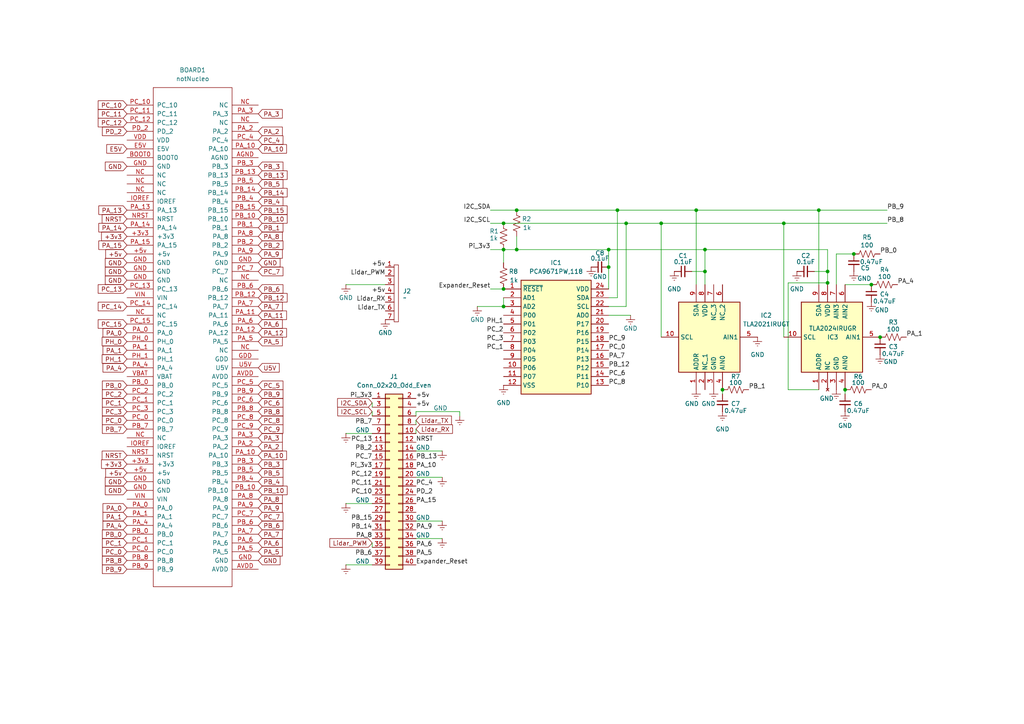
<source format=kicad_sch>
(kicad_sch (version 20231120) (generator "eeschema") (generator_version "8.0")
  (paper "A4")
  (lib_symbols
    (symbol "Connector_Generic:Conn_02x20_Odd_Even" (pin_names (offset 1.016) hide)
      (property "Reference" "J" (at 1.27 25.4 0))
      (property "Value" "Conn_02x20_Odd_Even" (at 1.27 -27.94 0))
      (symbol "Conn_02x20_Odd_Even_1_1"
        (rectangle (start -1.27 -25.273) (end 0 -25.527) (stroke (width 0.1524)))
        (rectangle (start -1.27 -22.733) (end 0 -22.987) (stroke (width 0.1524)))
        (rectangle (start -1.27 -20.193) (end 0 -20.447) (stroke (width 0.1524)))
        (rectangle (start -1.27 -17.653) (end 0 -17.907) (stroke (width 0.1524)))
        (rectangle (start -1.27 -15.113) (end 0 -15.367) (stroke (width 0.1524)))
        (rectangle (start -1.27 -12.573) (end 0 -12.827) (stroke (width 0.1524)))
        (rectangle (start -1.27 -10.033) (end 0 -10.287) (stroke (width 0.1524)))
        (rectangle (start -1.27 -7.493) (end 0 -7.747) (stroke (width 0.1524)))
        (rectangle (start -1.27 -4.953) (end 0 -5.207) (stroke (width 0.1524)))
        (rectangle (start -1.27 -2.413) (end 0 -2.667) (stroke (width 0.1524)))
        (rectangle (start -1.27 0.127) (end 0 -0.127) (stroke (width 0.1524)))
        (rectangle (start -1.27 2.667) (end 0 2.413) (stroke (width 0.1524)))
        (rectangle (start -1.27 5.207) (end 0 4.953) (stroke (width 0.1524)))
        (rectangle (start -1.27 7.747) (end 0 7.493) (stroke (width 0.1524)))
        (rectangle (start -1.27 10.287) (end 0 10.033) (stroke (width 0.1524)))
        (rectangle (start -1.27 12.827) (end 0 12.573) (stroke (width 0.1524)))
        (rectangle (start -1.27 15.367) (end 0 15.113) (stroke (width 0.1524)))
        (rectangle (start -1.27 17.907) (end 0 17.653) (stroke (width 0.1524)))
        (rectangle (start -1.27 20.447) (end 0 20.193) (stroke (width 0.1524)))
        (rectangle (start -1.27 22.987) (end 0 22.733) (stroke (width 0.1524)))
        (rectangle (start -1.27 24.13) (end 3.81 -26.67) (stroke (width 0.254)) (fill (type background)))
        (rectangle (start 3.81 -25.273) (end 2.54 -25.527) (stroke (width 0.1524)))
        (rectangle (start 3.81 -22.733) (end 2.54 -22.987) (stroke (width 0.1524)))
        (rectangle (start 3.81 -20.193) (end 2.54 -20.447) (stroke (width 0.1524)))
        (rectangle (start 3.81 -17.653) (end 2.54 -17.907) (stroke (width 0.1524)))
        (rectangle (start 3.81 -15.113) (end 2.54 -15.367) (stroke (width 0.1524)))
        (rectangle (start 3.81 -12.573) (end 2.54 -12.827) (stroke (width 0.1524)))
        (rectangle (start 3.81 -10.033) (end 2.54 -10.287) (stroke (width 0.1524)))
        (rectangle (start 3.81 -7.493) (end 2.54 -7.747) (stroke (width 0.1524)))
        (rectangle (start 3.81 -4.953) (end 2.54 -5.207) (stroke (width 0.1524)))
        (rectangle (start 3.81 -2.413) (end 2.54 -2.667) (stroke (width 0.1524)))
        (rectangle (start 3.81 0.127) (end 2.54 -0.127) (stroke (width 0.1524)))
        (rectangle (start 3.81 2.667) (end 2.54 2.413) (stroke (width 0.1524)))
        (rectangle (start 3.81 5.207) (end 2.54 4.953) (stroke (width 0.1524)))
        (rectangle (start 3.81 7.747) (end 2.54 7.493) (stroke (width 0.1524)))
        (rectangle (start 3.81 10.287) (end 2.54 10.033) (stroke (width 0.1524)))
        (rectangle (start 3.81 12.827) (end 2.54 12.573) (stroke (width 0.1524)))
        (rectangle (start 3.81 15.367) (end 2.54 15.113) (stroke (width 0.1524)))
        (rectangle (start 3.81 17.907) (end 2.54 17.653) (stroke (width 0.1524)))
        (rectangle (start 3.81 20.447) (end 2.54 20.193) (stroke (width 0.1524)))
        (rectangle (start 3.81 22.987) (end 2.54 22.733) (stroke (width 0.1524)))
        (pin passive line (at -5.08 22.86 0) (length 3.81) (name "Pin_1") (number "1"))
        (pin passive line (at 7.62 12.7 180) (length 3.81) (name "Pin_10") (number "10"))
        (pin passive line (at -5.08 10.16 0) (length 3.81) (name "Pin_11") (number "11"))
        (pin passive line (at 7.62 10.16 180) (length 3.81) (name "Pin_12") (number "12"))
        (pin passive line (at -5.08 7.62 0) (length 3.81) (name "Pin_13") (number "13"))
        (pin passive line (at 7.62 7.62 180) (length 3.81) (name "Pin_14") (number "14"))
        (pin passive line (at -5.08 5.08 0) (length 3.81) (name "Pin_15") (number "15"))
        (pin passive line (at 7.62 5.08 180) (length 3.81) (name "Pin_16") (number "16"))
        (pin passive line (at -5.08 2.54 0) (length 3.81) (name "Pin_17") (number "17"))
        (pin passive line (at 7.62 2.54 180) (length 3.81) (name "Pin_18") (number "18"))
        (pin passive line (at -5.08 0 0) (length 3.81) (name "Pin_19") (number "19"))
        (pin passive line (at 7.62 22.86 180) (length 3.81) (name "Pin_2") (number "2"))
        (pin passive line (at 7.62 0 180) (length 3.81) (name "Pin_20") (number "20"))
        (pin passive line (at -5.08 -2.54 0) (length 3.81) (name "Pin_21") (number "21"))
        (pin passive line (at 7.62 -2.54 180) (length 3.81) (name "Pin_22") (number "22"))
        (pin passive line (at -5.08 -5.08 0) (length 3.81) (name "Pin_23") (number "23"))
        (pin passive line (at 7.62 -5.08 180) (length 3.81) (name "Pin_24") (number "24"))
        (pin passive line (at -5.08 -7.62 0) (length 3.81) (name "Pin_25") (number "25"))
        (pin passive line (at 7.62 -7.62 180) (length 3.81) (name "Pin_26") (number "26"))
        (pin passive line (at -5.08 -10.16 0) (length 3.81) (name "Pin_27") (number "27"))
        (pin passive line (at 7.62 -10.16 180) (length 3.81) (name "Pin_28") (number "28"))
        (pin passive line (at -5.08 -12.7 0) (length 3.81) (name "Pin_29") (number "29"))
        (pin passive line (at -5.08 20.32 0) (length 3.81) (name "Pin_3") (number "3"))
        (pin passive line (at 7.62 -12.7 180) (length 3.81) (name "Pin_30") (number "30"))
        (pin passive line (at -5.08 -15.24 0) (length 3.81) (name "Pin_31") (number "31"))
        (pin passive line (at 7.62 -15.24 180) (length 3.81) (name "Pin_32") (number "32"))
        (pin passive line (at -5.08 -17.78 0) (length 3.81) (name "Pin_33") (number "33"))
        (pin passive line (at 7.62 -17.78 180) (length 3.81) (name "Pin_34") (number "34"))
        (pin passive line (at -5.08 -20.32 0) (length 3.81) (name "Pin_35") (number "35"))
        (pin passive line (at 7.62 -20.32 180) (length 3.81) (name "Pin_36") (number "36"))
        (pin passive line (at -5.08 -22.86 0) (length 3.81) (name "Pin_37") (number "37"))
        (pin passive line (at 7.62 -22.86 180) (length 3.81) (name "Pin_38") (number "38"))
        (pin passive line (at -5.08 -25.4 0) (length 3.81) (name "Pin_39") (number "39"))
        (pin passive line (at 7.62 20.32 180) (length 3.81) (name "Pin_4") (number "4"))
        (pin passive line (at 7.62 -25.4 180) (length 3.81) (name "Pin_40") (number "40"))
        (pin passive line (at -5.08 17.78 0) (length 3.81) (name "Pin_5") (number "5"))
        (pin passive line (at 7.62 17.78 180) (length 3.81) (name "Pin_6") (number "6"))
        (pin passive line (at -5.08 15.24 0) (length 3.81) (name "Pin_7") (number "7"))
        (pin passive line (at 7.62 15.24 180) (length 3.81) (name "Pin_8") (number "8"))
        (pin passive line (at -5.08 12.7 0) (length 3.81) (name "Pin_9") (number "9"))
      )
    )
    (symbol "Device:C_Small" (pin_numbers hide) (pin_names (offset 0.254) hide)
      (property "Reference" "C" (at 0.254 1.778 0))
      (property "Value" "C_Small" (at 0.254 -2.032 0))
      (symbol "C_Small_0_1"
        (polyline (pts (xy -1.524 -0.508) (xy 1.524 -0.508)) (stroke (width 0.3302)))
        (polyline (pts (xy -1.524 0.508) (xy 1.524 0.508)) (stroke (width 0.3048)))
      )
      (symbol "C_Small_1_1"
        (pin passive line (at 0 2.54 270) (length 2.032) (name "~") (number "1"))
        (pin passive line (at 0 -2.54 90) (length 2.032) (name "~") (number "2"))
      )
    )
    (symbol "Device:R_US" (pin_numbers hide) (pin_names (offset 0))
      (property "Reference" "R" (at 2.54 0 90))
      (property "Value" "R_US" (at -2.54 0 90))
      (symbol "R_US_0_1"
        (polyline (pts (xy 0 -2.286) (xy 0 -2.54)))
        (polyline (pts (xy 0 2.286) (xy 0 2.54)))
        (polyline (pts (xy 0 -0.762) (xy 1.016 -1.143) (xy 0 -1.524) (xy -1.016 -1.905) (xy 0 -2.286)))
        (polyline (pts (xy 0 0.762) (xy 1.016 0.381) (xy 0 0) (xy -1.016 -0.381) (xy 0 -0.762)))
        (polyline (pts (xy 0 2.286) (xy 1.016 1.905) (xy 0 1.524) (xy -1.016 1.143) (xy 0 0.762)))
      )
      (symbol "R_US_1_1"
        (pin passive line (at 0 3.81 270) (length 1.27) (name "~") (number "1"))
        (pin passive line (at 0 -3.81 90) (length 1.27) (name "~") (number "2"))
      )
    )
    (symbol "PCA9671PW_118:PCA9671PW,118"
      (property "Reference" "IC" (at 26.67 7.62 0))
      (property "Value" "PCA9671PW,118" (at 26.67 5.08 0))
      (symbol "PCA9671PW,118_1_1"
        (rectangle (start 5.08 2.54) (end 25.4 -30.48) (stroke (width 0.254)) (fill (type background)))
        (pin passive line (at 0 0 0) (length 5.08) (name "~{RESET}") (number "1"))
        (pin passive line (at 0 -22.86 0) (length 5.08) (name "P06") (number "10"))
        (pin passive line (at 0 -25.4 0) (length 5.08) (name "P07") (number "11"))
        (pin passive line (at 0 -27.94 0) (length 5.08) (name "VSS") (number "12"))
        (pin passive line (at 30.48 -27.94 180) (length 5.08) (name "P10") (number "13"))
        (pin passive line (at 30.48 -25.4 180) (length 5.08) (name "P11") (number "14"))
        (pin passive line (at 30.48 -22.86 180) (length 5.08) (name "P12") (number "15"))
        (pin passive line (at 30.48 -20.32 180) (length 5.08) (name "P13") (number "16"))
        (pin passive line (at 30.48 -17.78 180) (length 5.08) (name "P14") (number "17"))
        (pin passive line (at 30.48 -15.24 180) (length 5.08) (name "P15") (number "18"))
        (pin passive line (at 30.48 -12.7 180) (length 5.08) (name "P16") (number "19"))
        (pin passive line (at 0 -2.54 0) (length 5.08) (name "AD1") (number "2"))
        (pin passive line (at 30.48 -10.16 180) (length 5.08) (name "P17") (number "20"))
        (pin passive line (at 30.48 -7.62 180) (length 5.08) (name "AD0") (number "21"))
        (pin passive line (at 30.48 -5.08 180) (length 5.08) (name "SCL") (number "22"))
        (pin passive line (at 30.48 -2.54 180) (length 5.08) (name "SDA") (number "23"))
        (pin passive line (at 30.48 0 180) (length 5.08) (name "VDD") (number "24"))
        (pin passive line (at 0 -5.08 0) (length 5.08) (name "AD2") (number "3"))
        (pin passive line (at 0 -7.62 0) (length 5.08) (name "P00") (number "4"))
        (pin passive line (at 0 -10.16 0) (length 5.08) (name "P01") (number "5"))
        (pin passive line (at 0 -12.7 0) (length 5.08) (name "P02") (number "6"))
        (pin passive line (at 0 -15.24 0) (length 5.08) (name "P03") (number "7"))
        (pin passive line (at 0 -17.78 0) (length 5.08) (name "P04") (number "8"))
        (pin passive line (at 0 -20.32 0) (length 5.08) (name "P05") (number "9"))
      )
    )
    (symbol "TLA2021IRUGT:TLA2021IRUGT"
      (property "Reference" "IC" (at 24.13 15.24 0))
      (property "Value" "TLA2021IRUGT" (at 24.13 12.7 0))
      (symbol "TLA2021IRUGT_1_1"
        (rectangle (start 5.08 10.16) (end 22.86 -10.16) (stroke (width 0.254)) (fill (type background)))
        (pin passive line (at 10.16 -15.24 90) (length 5.08) (name "ADDR") (number "1"))
        (pin passive line (at 0 0 0) (length 5.08) (name "SCL") (number "10"))
        (pin passive line (at 12.7 -15.24 90) (length 5.08) (name "NC_1") (number "2"))
        (pin passive line (at 15.24 -15.24 90) (length 5.08) (name "GND") (number "3"))
        (pin passive line (at 17.78 -15.24 90) (length 5.08) (name "AIN0") (number "4"))
        (pin passive line (at 27.94 0 180) (length 5.08) (name "AIN1") (number "5"))
        (pin passive line (at 17.78 15.24 270) (length 5.08) (name "NC_2") (number "6"))
        (pin passive line (at 15.24 15.24 270) (length 5.08) (name "NC_3") (number "7"))
        (pin passive line (at 12.7 15.24 270) (length 5.08) (name "VDD") (number "8"))
        (pin passive line (at 10.16 15.24 270) (length 5.08) (name "SDA") (number "9"))
      )
    )
    (symbol "TLA2024IRUGR:TLA2024IRUGR"
      (property "Reference" "IC" (at 24.13 15.24 0))
      (property "Value" "TLA2024IRUGR" (at 24.13 12.7 0))
      (symbol "TLA2024IRUGR_1_1"
        (rectangle (start 5.08 10.16) (end 22.86 -10.16) (stroke (width 0.254)) (fill (type background)))
        (pin passive line (at 10.16 -15.24 90) (length 5.08) (name "ADDR") (number "1"))
        (pin passive line (at 0 0 0) (length 5.08) (name "SCL") (number "10"))
        (pin no_connect line (at 12.7 -15.24 90) (length 5.08) (name "NC") (number "2"))
        (pin passive line (at 15.24 -15.24 90) (length 5.08) (name "GND") (number "3"))
        (pin passive line (at 17.78 -15.24 90) (length 5.08) (name "AIN0") (number "4"))
        (pin passive line (at 27.94 0 180) (length 5.08) (name "AIN1") (number "5"))
        (pin passive line (at 17.78 15.24 270) (length 5.08) (name "AIN2") (number "6"))
        (pin passive line (at 15.24 15.24 270) (length 5.08) (name "AIN3") (number "7"))
        (pin passive line (at 12.7 15.24 270) (length 5.08) (name "VDD") (number "8"))
        (pin passive line (at 10.16 15.24 270) (length 5.08) (name "SDA") (number "9"))
      )
    )
    (symbol "nucleoidk:7x1_pin_header"
      (property "Reference" "J" (at -0.762 8.128 0))
      (symbol "7x1_pin_header_0_1"
        (rectangle (start -1.27 6.985) (end 0 -9.525))
      )
      (symbol "7x1_pin_header_1_1"
        (pin input line (at -3.81 6.35 0) (length 2.54) (name "") (number "1"))
        (pin input line (at -3.81 3.81 0) (length 2.54) (name "") (number "2"))
        (pin input line (at -3.81 1.27 0) (length 2.54) (name "") (number "3"))
        (pin input line (at -3.81 -1.27 0) (length 2.54) (name "") (number "4"))
        (pin input line (at -3.81 -3.81 0) (length 2.54) (name "") (number "5"))
        (pin input line (at -3.81 -6.35 0) (length 2.54) (name "") (number "6"))
        (pin input line (at -3.81 -8.89 0) (length 2.54) (name "") (number "7"))
      )
    )
    (symbol "nucleoidk:notNucleo" (pin_names (offset 1.016))
      (property "Reference" "BOARD1" (at 0 77.47 0))
      (property "Value" "notNucleo" (at 0 74.93 0))
      (symbol "notNucleo_1_0"
        (rectangle (start -11.43 -72.39) (end 11.43 72.39))
      )
      (symbol "notNucleo_1_1"
        (pin input line (at -19.05 -36.83 0) (length 7.62) (name "+3v3") (number "+3v3"))
        (pin input line (at -19.05 29.21 0) (length 7.62) (name "+3v3") (number "+3v3"))
        (pin input line (at -19.05 -39.37 0) (length 7.62) (name "+5v") (number "+5v"))
        (pin input line (at -19.05 24.13 0) (length 7.62) (name "+5v") (number "+5v"))
        (pin input line (at 19.05 52.07 180) (length 7.62) (name "AGND") (number "AGND"))
        (pin input line (at 19.05 -67.31 180) (length 7.62) (name "AVDD") (number "AVDD"))
        (pin input line (at 19.05 -11.43 180) (length 7.62) (name "AVDD") (number "AVDD"))
        (pin input line (at -19.05 52.07 0) (length 7.62) (name "BOOT0") (number "BOOT0"))
        (pin input line (at -19.05 54.61 0) (length 7.62) (name "E5V") (number "E5V"))
        (pin input line (at 19.05 -6.35 180) (length 7.62) (name "GDD") (number "GDD"))
        (pin input line (at -19.05 -44.45 0) (length 7.62) (name "GND") (number "GND"))
        (pin input line (at -19.05 -41.91 0) (length 7.62) (name "GND") (number "GND"))
        (pin input line (at -19.05 16.51 0) (length 7.62) (name "GND") (number "GND"))
        (pin input line (at -19.05 19.05 0) (length 7.62) (name "GND") (number "GND"))
        (pin input line (at -19.05 21.59 0) (length 7.62) (name "GND") (number "GND"))
        (pin input line (at -19.05 49.53 0) (length 7.62) (name "GND") (number "GND"))
        (pin input line (at 19.05 -64.77 180) (length 7.62) (name "GND") (number "GND"))
        (pin input line (at 19.05 21.59 180) (length 7.62) (name "GND") (number "GND"))
        (pin input line (at -19.05 -31.75 0) (length 7.62) (name "IOREF") (number "IOREF"))
        (pin input line (at -19.05 39.37 0) (length 7.62) (name "IOREF") (number "IOREF"))
        (pin input line (at -19.05 -29.21 0) (length 7.62) (name "NC") (number "NC"))
        (pin input line (at -19.05 6.35 0) (length 7.62) (name "NC") (number "NC"))
        (pin input line (at -19.05 41.91 0) (length 7.62) (name "NC") (number "NC"))
        (pin input line (at -19.05 44.45 0) (length 7.62) (name "NC") (number "NC"))
        (pin input line (at -19.05 46.99 0) (length 7.62) (name "NC") (number "NC"))
        (pin input line (at 19.05 -3.81 180) (length 7.62) (name "NC") (number "NC"))
        (pin input line (at 19.05 16.51 180) (length 7.62) (name "NC") (number "NC"))
        (pin input line (at 19.05 62.23 180) (length 7.62) (name "NC") (number "NC"))
        (pin input line (at 19.05 67.31 180) (length 7.62) (name "NC") (number "NC"))
        (pin input line (at -19.05 -34.29 0) (length 7.62) (name "NRST") (number "NRST"))
        (pin input line (at -19.05 34.29 0) (length 7.62) (name "NRST") (number "NRST"))
        (pin input line (at -19.05 -49.53 0) (length 7.62) (name "PA_0") (number "PA_0"))
        (pin input line (at -19.05 1.27 0) (length 7.62) (name "PA_0") (number "PA_0"))
        (pin input line (at -19.05 -52.07 0) (length 7.62) (name "PA_1") (number "PA_1"))
        (pin input line (at -19.05 -3.81 0) (length 7.62) (name "PA_1") (number "PA_1"))
        (pin input line (at 19.05 -34.29 180) (length 7.62) (name "PA_10") (number "PA_10"))
        (pin input line (at 19.05 54.61 180) (length 7.62) (name "PA_10") (number "PA_10"))
        (pin input line (at 19.05 6.35 180) (length 7.62) (name "PA_11") (number "PA_11"))
        (pin input line (at 19.05 1.27 180) (length 7.62) (name "PA_12") (number "PA_12"))
        (pin input line (at -19.05 36.83 0) (length 7.62) (name "PA_13") (number "PA_13"))
        (pin input line (at -19.05 31.75 0) (length 7.62) (name "PA_14") (number "PA_14"))
        (pin input line (at -19.05 26.67 0) (length 7.62) (name "PA_15") (number "PA_15"))
        (pin input line (at 19.05 -31.75 180) (length 7.62) (name "PA_2") (number "PA_2"))
        (pin input line (at 19.05 59.69 180) (length 7.62) (name "PA_2") (number "PA_2"))
        (pin input line (at 19.05 -29.21 180) (length 7.62) (name "PA_3") (number "PA_3"))
        (pin input line (at 19.05 64.77 180) (length 7.62) (name "PA_3") (number "PA_3"))
        (pin input line (at -19.05 -54.61 0) (length 7.62) (name "PA_4") (number "PA_4"))
        (pin input line (at -19.05 -8.89 0) (length 7.62) (name "PA_4") (number "PA_4"))
        (pin input line (at 19.05 -62.23 180) (length 7.62) (name "PA_5") (number "PA_5"))
        (pin input line (at 19.05 -1.27 180) (length 7.62) (name "PA_5") (number "PA_5"))
        (pin input line (at 19.05 -59.69 180) (length 7.62) (name "PA_6") (number "PA_6"))
        (pin input line (at 19.05 3.81 180) (length 7.62) (name "PA_6") (number "PA_6"))
        (pin input line (at 19.05 -57.15 180) (length 7.62) (name "PA_7") (number "PA_7"))
        (pin input line (at 19.05 8.89 180) (length 7.62) (name "PA_7") (number "PA_7"))
        (pin input line (at 19.05 -46.99 180) (length 7.62) (name "PA_8") (number "PA_8"))
        (pin input line (at 19.05 29.21 180) (length 7.62) (name "PA_8") (number "PA_8"))
        (pin input line (at 19.05 -49.53 180) (length 7.62) (name "PA_9") (number "PA_9"))
        (pin input line (at 19.05 24.13 180) (length 7.62) (name "PA_9") (number "PA_9"))
        (pin input line (at -19.05 -57.15 0) (length 7.62) (name "PB_0") (number "PB_0"))
        (pin input line (at -19.05 -13.97 0) (length 7.62) (name "PB_0") (number "PB_0"))
        (pin input line (at 19.05 31.75 180) (length 7.62) (name "PB_1") (number "PB_1"))
        (pin input line (at 19.05 -44.45 180) (length 7.62) (name "PB_10") (number "PB_10"))
        (pin input line (at 19.05 34.29 180) (length 7.62) (name "PB_10") (number "PB_10"))
        (pin input line (at 19.05 11.43 180) (length 7.62) (name "PB_12") (number "PB_12"))
        (pin input line (at 19.05 46.99 180) (length 7.62) (name "PB_13") (number "PB_13"))
        (pin input line (at 19.05 41.91 180) (length 7.62) (name "PB_14") (number "PB_14"))
        (pin input line (at 19.05 36.83 180) (length 7.62) (name "PB_15") (number "PB_15"))
        (pin input line (at 19.05 26.67 180) (length 7.62) (name "PB_2") (number "PB_2"))
        (pin input line (at 19.05 -36.83 180) (length 7.62) (name "PB_3") (number "PB_3"))
        (pin input line (at 19.05 49.53 180) (length 7.62) (name "PB_3") (number "PB_3"))
        (pin input line (at 19.05 -41.91 180) (length 7.62) (name "PB_4") (number "PB_4"))
        (pin input line (at 19.05 39.37 180) (length 7.62) (name "PB_4") (number "PB_4"))
        (pin input line (at 19.05 -39.37 180) (length 7.62) (name "PB_5") (number "PB_5"))
        (pin input line (at 19.05 44.45 180) (length 7.62) (name "PB_5") (number "PB_5"))
        (pin input line (at 19.05 -54.61 180) (length 7.62) (name "PB_6") (number "PB_6"))
        (pin input line (at 19.05 13.97 180) (length 7.62) (name "PB_6") (number "PB_6"))
        (pin input line (at -19.05 -26.67 0) (length 7.62) (name "PB_7") (number "PB_7"))
        (pin input line (at -19.05 -64.77 0) (length 7.62) (name "PB_8") (number "PB_8"))
        (pin input line (at 19.05 -21.59 180) (length 7.62) (name "PB_8") (number "PB_8"))
        (pin input line (at -19.05 -67.31 0) (length 7.62) (name "PB_9") (number "PB_9"))
        (pin input line (at 19.05 -16.51 180) (length 7.62) (name "PB_9") (number "PB_9"))
        (pin input line (at -19.05 -62.23 0) (length 7.62) (name "PC_0") (number "PC_0"))
        (pin input line (at -19.05 -24.13 0) (length 7.62) (name "PC_0") (number "PC_0"))
        (pin input line (at -19.05 -59.69 0) (length 7.62) (name "PC_1") (number "PC_1"))
        (pin input line (at -19.05 -19.05 0) (length 7.62) (name "PC_1") (number "PC_1"))
        (pin input line (at -19.05 67.31 0) (length 7.62) (name "PC_10") (number "PC_10"))
        (pin input line (at -19.05 64.77 0) (length 7.62) (name "PC_11") (number "PC_11"))
        (pin input line (at -19.05 62.23 0) (length 7.62) (name "PC_12") (number "PC_12"))
        (pin input line (at -19.05 13.97 0) (length 7.62) (name "PC_13") (number "PC_13"))
        (pin input line (at -19.05 8.89 0) (length 7.62) (name "PC_14") (number "PC_14"))
        (pin input line (at -19.05 3.81 0) (length 7.62) (name "PC_15") (number "PC_15"))
        (pin input line (at -19.05 -16.51 0) (length 7.62) (name "PC_2") (number "PC_2"))
        (pin input line (at -19.05 -21.59 0) (length 7.62) (name "PC_3") (number "PC_3"))
        (pin input line (at 19.05 57.15 180) (length 7.62) (name "PC_4") (number "PC_4"))
        (pin input line (at 19.05 -13.97 180) (length 7.62) (name "PC_5") (number "PC_5"))
        (pin input line (at 19.05 -19.05 180) (length 7.62) (name "PC_6") (number "PC_6"))
        (pin input line (at 19.05 -52.07 180) (length 7.62) (name "PC_7") (number "PC_7"))
        (pin input line (at 19.05 19.05 180) (length 7.62) (name "PC_7") (number "PC_7"))
        (pin input line (at 19.05 -24.13 180) (length 7.62) (name "PC_8") (number "PC_8"))
        (pin input line (at 19.05 -26.67 180) (length 7.62) (name "PC_9") (number "PC_9"))
        (pin input line (at -19.05 59.69 0) (length 7.62) (name "PD_2") (number "PD_2"))
        (pin input line (at -19.05 -1.27 0) (length 7.62) (name "PH_0") (number "PH_0"))
        (pin input line (at -19.05 -6.35 0) (length 7.62) (name "PH_1") (number "PH_1"))
        (pin input line (at 19.05 -8.89 180) (length 7.62) (name "U5V") (number "U5V"))
        (pin input line (at -19.05 -11.43 0) (length 7.62) (name "VBAT") (number "VBAT"))
        (pin input line (at -19.05 57.15 0) (length 7.62) (name "VDD") (number "VDD"))
        (pin input line (at -19.05 -46.99 0) (length 7.62) (name "VIN") (number "VIN"))
        (pin input line (at -19.05 11.43 0) (length 7.62) (name "VIN") (number "VIN"))
      )
    )
    (symbol "power:Earth" (power) (pin_numbers hide) (pin_names (offset 0) hide)
      (property "Value" "Earth" (at 0 -3.81 0))
      (symbol "Earth_0_1"
        (polyline (pts (xy -0.635 -1.905) (xy 0.635 -1.905)))
        (polyline (pts (xy -0.127 -2.54) (xy 0.127 -2.54)))
        (polyline (pts (xy 0 -1.27) (xy 0 0)))
        (polyline (pts (xy 1.27 -1.27) (xy -1.27 -1.27)))
      )
      (symbol "Earth_1_1"
        (pin power_in line (at 0 0 270) (length 0) (name "~") (number "1"))
      )
    )
  )
  (junction (at 146.05 83.82))
  (junction (at 240.03 78.74))
  (junction (at 204.47 78.74))
  (junction (at 204.47 72.39))
  (junction (at 240.03 82.042))
  (junction (at 181.61 64.77))
  (junction (at 146.05 64.77))
  (junction (at 247.65 73.66))
  (junction (at 149.86 60.96))
  (junction (at 146.05 72.39))
  (junction (at 176.53 77.47))
  (junction (at 237.49 60.96))
  (junction (at 146.05 88.9))
  (junction (at 176.53 72.39))
  (junction (at 245.11 113.03))
  (junction (at 255.27 97.79))
  (junction (at 209.55 113.03))
  (junction (at 201.93 60.96))
  (junction (at 149.86 72.39))
  (junction (at 252.73 82.55))
  (junction (at 227.33 64.77))
  (junction (at 179.07 60.96))
  (junction (at 191.77 64.77))
  (wire (pts (xy 181.61 88.9) (xy 181.61 64.77)))
  (wire (pts (xy 240.03 78.74) (xy 240.03 82.042)))
  (wire (pts (xy 120.65 151.13) (xy 128.27 151.13)))
  (wire (pts (xy 142.24 60.96) (xy 149.86 60.96)))
  (wire (pts (xy 191.77 64.77) (xy 227.33 64.77)))
  (wire (pts (xy 228.6 82.042) (xy 240.03 82.042)))
  (wire (pts (xy 142.24 72.39) (xy 146.05 72.39)))
  (wire (pts (xy 149.86 72.39) (xy 176.53 72.39)))
  (wire (pts (xy 142.24 64.77) (xy 146.05 64.77)))
  (wire (pts (xy 100.33 146.05) (xy 107.95 146.05)))
  (wire (pts (xy 176.53 88.9) (xy 181.61 88.9)))
  (wire (pts (xy 176.53 72.39) (xy 204.47 72.39)))
  (wire (pts (xy 133.35 119.38) (xy 120.65 119.38)))
  (wire (pts (xy 181.61 64.77) (xy 191.77 64.77)))
  (wire (pts (xy 107.95 116.84) (xy 107.95 118.11)))
  (wire (pts (xy 133.35 119.38) (xy 133.35 120.65)))
  (wire (pts (xy 237.49 60.96) (xy 257.302 60.96)))
  (wire (pts (xy 149.86 60.96) (xy 179.07 60.96)))
  (wire (pts (xy 204.47 72.39) (xy 240.03 72.39)))
  (wire (pts (xy 204.47 78.74) (xy 204.47 82.55)))
  (wire (pts (xy 209.55 114.3) (xy 209.55 113.03)))
  (wire (pts (xy 240.03 72.39) (xy 240.03 78.74)))
  (wire (pts (xy 191.77 64.77) (xy 191.77 97.79)))
  (wire (pts (xy 120.65 138.43) (xy 128.27 138.43)))
  (wire (pts (xy 146.05 64.77) (xy 181.61 64.77)))
  (wire (pts (xy 240.03 82.042) (xy 240.03 82.55)))
  (wire (pts (xy 120.65 119.38) (xy 120.65 120.65)))
  (wire (pts (xy 149.86 68.58) (xy 149.86 72.39)))
  (wire (pts (xy 227.33 64.77) (xy 257.302 64.77)))
  (wire (pts (xy 100.33 163.83) (xy 107.95 163.83)))
  (wire (pts (xy 176.53 86.36) (xy 179.07 86.36)))
  (wire (pts (xy 120.65 156.21) (xy 128.27 156.21)))
  (wire (pts (xy 201.93 60.96) (xy 201.93 82.55)))
  (wire (pts (xy 247.65 73.66) (xy 242.57 73.66)))
  (wire (pts (xy 245.11 114.3) (xy 245.11 113.03)))
  (wire (pts (xy 120.65 121.92) (xy 120.65 123.19)))
  (wire (pts (xy 120.65 130.81) (xy 128.27 130.81)))
  (wire (pts (xy 146.05 72.39) (xy 146.05 76.2)))
  (wire (pts (xy 138.43 88.9) (xy 146.05 88.9)))
  (wire (pts (xy 237.49 113.03) (xy 228.6 113.03)))
  (wire (pts (xy 200.66 78.74) (xy 204.47 78.74)))
  (wire (pts (xy 179.07 86.36) (xy 179.07 60.96)))
  (wire (pts (xy 237.49 60.96) (xy 237.49 82.55)))
  (wire (pts (xy 107.95 119.38) (xy 107.95 120.65)))
  (wire (pts (xy 146.05 72.39) (xy 149.86 72.39)))
  (wire (pts (xy 176.53 72.39) (xy 176.53 77.47)))
  (wire (pts (xy 204.47 72.39) (xy 204.47 78.74)))
  (wire (pts (xy 100.33 125.73) (xy 107.95 125.73)))
  (wire (pts (xy 107.95 157.48) (xy 107.95 158.75)))
  (wire (pts (xy 142.24 83.82) (xy 146.05 83.82)))
  (wire (pts (xy 245.11 82.55) (xy 252.73 82.55)))
  (wire (pts (xy 227.33 64.77) (xy 227.33 97.79)))
  (wire (pts (xy 179.07 60.96) (xy 201.93 60.96)))
  (wire (pts (xy 242.57 73.66) (xy 242.57 82.55)))
  (wire (pts (xy 176.53 77.47) (xy 176.53 83.82)))
  (wire (pts (xy 120.65 124.46) (xy 120.65 125.73)))
  (wire (pts (xy 100.33 82.55) (xy 111.76 82.55)))
  (wire (pts (xy 176.53 91.44) (xy 182.88 91.44)))
  (wire (pts (xy 146.05 86.36) (xy 146.05 88.9)))
  (wire (pts (xy 228.6 113.03) (xy 228.6 82.042)))
  (wire (pts (xy 201.93 60.96) (xy 237.49 60.96)))
  (wire (pts (xy 236.22 78.74) (xy 240.03 78.74)))
  (label "PB_8" (at 257.302 64.77 0))
  (label "PB_9" (at 257.302 60.96 0))
  (label "PD_2" (at 120.65 143.51 0))
  (label "PA_7" (at 176.53 104.14 0))
  (label "Expander_Reset" (at 142.24 83.82 180))
  (label "PH_1" (at 146.05 93.98 180))
  (label "+5v" (at 111.76 85.09 180))
  (label "PC_8" (at 176.53 111.76 0))
  (label "PC_11" (at 107.95 140.97 180))
  (label "PC_6" (at 176.53 109.22 0))
  (label "PC_0" (at 176.53 101.6 0))
  (label "PB_1" (at 217.17 113.03 0))
  (label "Pi_3v3" (at 107.95 135.89 180))
  (label "PA_1" (at 262.89 97.79 0))
  (label "PA_8" (at 107.95 156.21 180))
  (label "PB_15" (at 107.95 151.13 180))
  (label "PA_6" (at 120.65 158.75 0))
  (label "PA_10" (at 120.65 135.89 0))
  (label "Lidar_RX" (at 111.76 87.63 180))
  (label "PC_3" (at 146.05 99.06 180))
  (label "PC_12" (at 107.95 138.43 180))
  (label "PB_0" (at 255.27 73.66 0))
  (label "PB_2" (at 107.95 130.81 180))
  (label "I2C_SCL" (at 142.24 64.77 180))
  (label "PC_2" (at 146.05 96.52 180))
  (label "PA_0" (at 252.73 113.03 0))
  (label "PB_13" (at 120.65 133.35 0))
  (label "I2C_SDA" (at 142.24 60.96 180))
  (label "Lidar_TX" (at 111.76 90.17 180))
  (label "PA_4" (at 260.35 82.55 0))
  (label "Pi_3v3" (at 142.24 72.39 180))
  (label "Expander_Reset" (at 120.65 163.83 0))
  (label "PC_4" (at 120.65 140.97 0))
  (label "+5v" (at 120.65 118.11 0))
  (label "+5v" (at 111.76 77.47 180))
  (label "PB_14" (at 107.95 153.67 180))
  (label "NRST" (at 120.65 128.27 0))
  (label "PB_6" (at 107.95 161.29 180))
  (label "Lidar_PWM" (at 111.76 80.01 180))
  (label "+5v" (at 120.65 115.57 0))
  (label "PC_1" (at 146.05 101.6 180))
  (label "PC_9" (at 176.53 99.06 0))
  (label "PA_15" (at 120.65 146.05 0))
  (label "PB_7" (at 107.95 123.19 180))
  (label "PC_7" (at 107.95 133.35 180))
  (label "PA_5" (at 120.65 161.29 0))
  (label "PA_9" (at 120.65 153.67 0))
  (label "PC_13" (at 107.95 128.27 180))
  (label "Pi_3v3" (at 107.95 115.57 180))
  (label "PB_12" (at 176.53 106.68 0))
  (label "PC_10" (at 107.95 143.51 180))
  (global_label "PB_4" (shape input) (at 74.93 58.42 0) (property "Intersheetrefs" "${INTERSHEET_REFS}" (effects (hide yes))))
  (global_label "PC_6" (shape input) (at 74.93 116.84 0) (property "Intersheetrefs" "${INTERSHEET_REFS}" (effects (hide yes))))
  (global_label "GND" (shape input) (at 36.83 76.2 180) (property "Intersheetrefs" "${INTERSHEET_REFS}" (effects (hide yes))))
  (global_label "PA_2" (shape input) (at 74.93 38.1 0) (property "Intersheetrefs" "${INTERSHEET_REFS}" (effects (hide yes))))
  (global_label "PC_1" (shape input) (at 36.83 157.48 180) (property "Intersheetrefs" "${INTERSHEET_REFS}" (effects (hide yes))))
  (global_label "PB_9" (shape input) (at 74.93 114.3 0) (property "Intersheetrefs" "${INTERSHEET_REFS}" (effects (hide yes))))
  (global_label "PA_9" (shape input) (at 74.93 147.32 0) (property "Intersheetrefs" "${INTERSHEET_REFS}" (effects (hide yes))))
  (global_label "PB_3" (shape input) (at 74.93 48.26 0) (property "Intersheetrefs" "${INTERSHEET_REFS}" (effects (hide yes))))
  (global_label "PB_13" (shape input) (at 74.93 50.8 0) (property "Intersheetrefs" "${INTERSHEET_REFS}" (effects (hide yes))))
  (global_label "PA_6" (shape input) (at 74.93 93.98 0) (property "Intersheetrefs" "${INTERSHEET_REFS}" (effects (hide yes))))
  (global_label "PB_10" (shape input) (at 74.93 142.24 0) (property "Intersheetrefs" "${INTERSHEET_REFS}" (effects (hide yes))))
  (global_label "PA_15" (shape input) (at 36.83 71.12 180) (property "Intersheetrefs" "${INTERSHEET_REFS}" (effects (hide yes))))
  (global_label "GND" (shape input) (at 36.83 139.7 180) (property "Intersheetrefs" "${INTERSHEET_REFS}" (effects (hide yes))))
  (global_label "GND" (shape input) (at 36.83 48.26 180) (property "Intersheetrefs" "${INTERSHEET_REFS}" (effects (hide yes))))
  (global_label "PA_12" (shape input) (at 74.93 96.52 0) (property "Intersheetrefs" "${INTERSHEET_REFS}" (effects (hide yes))))
  (global_label "+5v" (shape input) (at 36.83 73.66 180) (property "Intersheetrefs" "${INTERSHEET_REFS}" (effects (hide yes))))
  (global_label "NRST" (shape input) (at 36.83 63.5 180) (property "Intersheetrefs" "${INTERSHEET_REFS}" (effects (hide yes))))
  (global_label "PC_11" (shape input) (at 36.83 33.02 180) (property "Intersheetrefs" "${INTERSHEET_REFS}" (effects (hide yes))))
  (global_label "PA_3" (shape input) (at 74.93 127 0) (property "Intersheetrefs" "${INTERSHEET_REFS}" (effects (hide yes))))
  (global_label "PC_12" (shape input) (at 36.83 35.56 180) (property "Intersheetrefs" "${INTERSHEET_REFS}" (effects (hide yes))))
  (global_label "U5V" (shape input) (at 74.93 106.68 0) (property "Intersheetrefs" "${INTERSHEET_REFS}" (effects (hide yes))))
  (global_label "PB_0" (shape input) (at 36.83 111.76 180) (property "Intersheetrefs" "${INTERSHEET_REFS}" (effects (hide yes))))
  (global_label "PC_4" (shape input) (at 74.93 40.64 0) (property "Intersheetrefs" "${INTERSHEET_REFS}" (effects (hide yes))))
  (global_label "GND" (shape input) (at 36.83 81.28 180) (property "Intersheetrefs" "${INTERSHEET_REFS}" (effects (hide yes))))
  (global_label "PA_6" (shape input) (at 74.93 157.48 0) (property "Intersheetrefs" "${INTERSHEET_REFS}" (effects (hide yes))))
  (global_label "PB_2" (shape input) (at 74.93 71.12 0) (property "Intersheetrefs" "${INTERSHEET_REFS}" (effects (hide yes))))
  (global_label "PC_0" (shape input) (at 36.83 121.92 180) (property "Intersheetrefs" "${INTERSHEET_REFS}" (effects (hide yes))))
  (global_label "Lidar_TX" (shape input) (at 120.65 121.92 0) (property "Intersheetrefs" "${INTERSHEET_REFS}" (effects (hide yes))))
  (global_label "PA_1" (shape input) (at 36.83 101.6 180) (property "Intersheetrefs" "${INTERSHEET_REFS}" (effects (hide yes))))
  (global_label "PA_9" (shape input) (at 74.93 73.66 0) (property "Intersheetrefs" "${INTERSHEET_REFS}" (effects (hide yes))))
  (global_label "PC_7" (shape input) (at 74.93 78.74 0) (property "Intersheetrefs" "${INTERSHEET_REFS}" (effects (hide yes))))
  (global_label "PH_1" (shape input) (at 36.83 104.14 180) (property "Intersheetrefs" "${INTERSHEET_REFS}" (effects (hide yes))))
  (global_label "PA_10" (shape input) (at 74.93 43.18 0) (property "Intersheetrefs" "${INTERSHEET_REFS}" (effects (hide yes))))
  (global_label "PB_14" (shape input) (at 74.93 55.88 0) (property "Intersheetrefs" "${INTERSHEET_REFS}" (effects (hide yes))))
  (global_label "PA_14" (shape input) (at 36.83 66.04 180) (property "Intersheetrefs" "${INTERSHEET_REFS}" (effects (hide yes))))
  (global_label "PB_8" (shape input) (at 36.83 162.56 180) (property "Intersheetrefs" "${INTERSHEET_REFS}" (effects (hide yes))))
  (global_label "PB_6" (shape input) (at 74.93 83.82 0) (property "Intersheetrefs" "${INTERSHEET_REFS}" (effects (hide yes))))
  (global_label "PC_8" (shape input) (at 74.93 121.92 0) (property "Intersheetrefs" "${INTERSHEET_REFS}" (effects (hide yes))))
  (global_label "PB_1" (shape input) (at 74.93 66.04 0) (property "Intersheetrefs" "${INTERSHEET_REFS}" (effects (hide yes))))
  (global_label "GND" (shape input) (at 36.83 78.74 180) (property "Intersheetrefs" "${INTERSHEET_REFS}" (effects (hide yes))))
  (global_label "PB_6" (shape input) (at 74.93 152.4 0) (property "Intersheetrefs" "${INTERSHEET_REFS}" (effects (hide yes))))
  (global_label "PC_0" (shape input) (at 36.83 160.02 180) (property "Intersheetrefs" "${INTERSHEET_REFS}" (effects (hide yes))))
  (global_label "PC_9" (shape input) (at 74.93 124.46 0) (property "Intersheetrefs" "${INTERSHEET_REFS}" (effects (hide yes))))
  (global_label "Lidar_PWM" (shape input) (at 107.95 157.48 180) (property "Intersheetrefs" "${INTERSHEET_REFS}" (effects (hide yes))))
  (global_label "PA_5" (shape input) (at 74.93 99.06 0) (property "Intersheetrefs" "${INTERSHEET_REFS}" (effects (hide yes))))
  (global_label "PA_4" (shape input) (at 36.83 152.4 180) (property "Intersheetrefs" "${INTERSHEET_REFS}" (effects (hide yes))))
  (global_label "E5V" (shape input) (at 36.83 43.18 180) (property "Intersheetrefs" "${INTERSHEET_REFS}" (effects (hide yes))))
  (global_label "PB_0" (shape input) (at 36.83 154.94 180) (property "Intersheetrefs" "${INTERSHEET_REFS}" (effects (hide yes))))
  (global_label "PA_3" (shape input) (at 74.93 33.02 0) (property "Intersheetrefs" "${INTERSHEET_REFS}" (effects (hide yes))))
  (global_label "PC_7" (shape input) (at 74.93 149.86 0) (property "Intersheetrefs" "${INTERSHEET_REFS}" (effects (hide yes))))
  (global_label "PC_10" (shape input) (at 36.83 30.48 180) (property "Intersheetrefs" "${INTERSHEET_REFS}" (effects (hide yes))))
  (global_label "PA_7" (shape input) (at 74.93 154.94 0) (property "Intersheetrefs" "${INTERSHEET_REFS}" (effects (hide yes))))
  (global_label "PD_2" (shape input) (at 36.83 38.1 180) (property "Intersheetrefs" "${INTERSHEET_REFS}" (effects (hide yes))))
  (global_label "GND" (shape input) (at 36.83 142.24 180) (property "Intersheetrefs" "${INTERSHEET_REFS}" (effects (hide yes))))
  (global_label "PA_5" (shape input) (at 74.93 160.02 0) (property "Intersheetrefs" "${INTERSHEET_REFS}" (effects (hide yes))))
  (global_label "PC_1" (shape input) (at 36.83 116.84 180) (property "Intersheetrefs" "${INTERSHEET_REFS}" (effects (hide yes))))
  (global_label "PA_13" (shape input) (at 36.83 60.96 180) (property "Intersheetrefs" "${INTERSHEET_REFS}" (effects (hide yes))))
  (global_label "PC_5" (shape input) (at 74.93 111.76 0) (property "Intersheetrefs" "${INTERSHEET_REFS}" (effects (hide yes))))
  (global_label "PH_0" (shape input) (at 36.83 99.06 180) (property "Intersheetrefs" "${INTERSHEET_REFS}" (effects (hide yes))))
  (global_label "PA_10" (shape input) (at 74.93 132.08 0) (property "Intersheetrefs" "${INTERSHEET_REFS}" (effects (hide yes))))
  (global_label "PA_2" (shape input) (at 74.93 129.54 0) (property "Intersheetrefs" "${INTERSHEET_REFS}" (effects (hide yes))))
  (global_label "NRST" (shape input) (at 36.83 132.08 180) (property "Intersheetrefs" "${INTERSHEET_REFS}" (effects (hide yes))))
  (global_label "PB_8" (shape input) (at 74.93 119.38 0) (property "Intersheetrefs" "${INTERSHEET_REFS}" (effects (hide yes))))
  (global_label "PB_9" (shape input) (at 36.83 165.1 180) (property "Intersheetrefs" "${INTERSHEET_REFS}" (effects (hide yes))))
  (global_label "PB_10" (shape input) (at 74.93 63.5 0) (property "Intersheetrefs" "${INTERSHEET_REFS}" (effects (hide yes))))
  (global_label "PC_13" (shape input) (at 36.83 83.82 180) (property "Intersheetrefs" "${INTERSHEET_REFS}" (effects (hide yes))))
  (global_label "PA_1" (shape input) (at 36.83 149.86 180) (property "Intersheetrefs" "${INTERSHEET_REFS}" (effects (hide yes))))
  (global_label "PB_3" (shape input) (at 74.93 134.62 0) (property "Intersheetrefs" "${INTERSHEET_REFS}" (effects (hide yes))))
  (global_label "I2C_SDA" (shape input) (at 107.95 116.84 180) (property "Intersheetrefs" "${INTERSHEET_REFS}" (effects (hide yes))))
  (global_label "I2C_SCL" (shape input) (at 107.95 119.38 180) (property "Intersheetrefs" "${INTERSHEET_REFS}" (effects (hide yes))))
  (global_label "+3v3" (shape input) (at 36.83 134.62 180) (property "Intersheetrefs" "${INTERSHEET_REFS}" (effects (hide yes))))
  (global_label "PB_4" (shape input) (at 74.93 139.7 0) (property "Intersheetrefs" "${INTERSHEET_REFS}" (effects (hide yes))))
  (global_label "PC_14" (shape input) (at 36.83 88.9 180) (property "Intersheetrefs" "${INTERSHEET_REFS}" (effects (hide yes))))
  (global_label "PC_3" (shape input) (at 36.83 119.38 180) (property "Intersheetrefs" "${INTERSHEET_REFS}" (effects (hide yes))))
  (global_label "PB_5" (shape input) (at 74.93 137.16 0) (property "Intersheetrefs" "${INTERSHEET_REFS}" (effects (hide yes))))
  (global_label "PB_5" (shape input) (at 74.93 53.34 0) (property "Intersheetrefs" "${INTERSHEET_REFS}" (effects (hide yes))))
  (global_label "PA_0" (shape input) (at 36.83 147.32 180) (property "Intersheetrefs" "${INTERSHEET_REFS}" (effects (hide yes))))
  (global_label "GND" (shape input) (at 74.93 162.56 0) (property "Intersheetrefs" "${INTERSHEET_REFS}" (effects (hide yes))))
  (global_label "PA_8" (shape input) (at 74.93 144.78 0) (property "Intersheetrefs" "${INTERSHEET_REFS}" (effects (hide yes))))
  (global_label "PB_15" (shape input) (at 74.93 60.96 0) (property "Intersheetrefs" "${INTERSHEET_REFS}" (effects (hide yes))))
  (global_label "PB_12" (shape input) (at 74.93 86.36 0) (property "Intersheetrefs" "${INTERSHEET_REFS}" (effects (hide yes))))
  (global_label "PA_11" (shape input) (at 74.93 91.44 0) (property "Intersheetrefs" "${INTERSHEET_REFS}" (effects (hide yes))))
  (global_label "PA_8" (shape input) (at 74.93 68.58 0) (property "Intersheetrefs" "${INTERSHEET_REFS}" (effects (hide yes))))
  (global_label "PA_7" (shape input) (at 74.93 88.9 0) (property "Intersheetrefs" "${INTERSHEET_REFS}" (effects (hide yes))))
  (global_label "PA_4" (shape input) (at 36.83 106.68 180) (property "Intersheetrefs" "${INTERSHEET_REFS}" (effects (hide yes))))
  (global_label "PB_7" (shape input) (at 36.83 124.46 180) (property "Intersheetrefs" "${INTERSHEET_REFS}" (effects (hide yes))))
  (global_label "GND" (shape input) (at 74.93 76.2 0) (property "Intersheetrefs" "${INTERSHEET_REFS}" (effects (hide yes))))
  (global_label "PC_2" (shape input) (at 36.83 114.3 180) (property "Intersheetrefs" "${INTERSHEET_REFS}" (effects (hide yes))))
  (global_label "PC_15" (shape input) (at 36.83 93.98 180) (property "Intersheetrefs" "${INTERSHEET_REFS}" (effects (hide yes))))
  (global_label "+3v3" (shape input) (at 36.83 68.58 180) (property "Intersheetrefs" "${INTERSHEET_REFS}" (effects (hide yes))))
  (global_label "+5v" (shape input) (at 36.83 137.16 180) (property "Intersheetrefs" "${INTERSHEET_REFS}" (effects (hide yes))))
  (global_label "Lidar_RX" (shape input) (at 120.65 124.46 0) (property "Intersheetrefs" "${INTERSHEET_REFS}" (effects (hide yes))))
  (global_label "PA_0" (shape input) (at 36.83 96.52 180) (property "Intersheetrefs" "${INTERSHEET_REFS}" (effects (hide yes))))
  (symbol (lib_id "TLA2024IRUGR:TLA2024IRUGR") (at 227.33 97.79 0) (unit 1)
    (property "Reference" "IC3" (at 241.554 97.79 0))
    (property "Value" "TLA2024IRUGR" (at 241.554 95.25 0))
    (property "Footprint" "BFH stuff:ADS7142IRUGT" (effects (hide yes)))
    (property "Datasheet" "http://www.ti.com/lit/gpn/tla2024" (effects (hide yes)))
    (property "Description" "12-Bit 4-Ch Delta-Sigma ADC w/ Voltage Reference, Oscillator, PGA, and I2C for Low-Cost Applications" (effects (hide yes)))
    (property "Height" "0" (effects (hide yes)))
    (property "Mouser Part Number" "595-TLA2024IRUGR" (effects (hide yes)))
    (property "Mouser Price/Stock" "https://www.mouser.co.uk/ProductDetail/Texas-Instruments/TLA2024IRUGR?qs=chTDxNqvsymxVYMOXLVZ5Q%3D%3D" (effects (hide yes)))
    (property "Manufacturer_Name" "Texas Instruments" (effects (hide yes)))
    (property "Manufacturer_Part_Number" "TLA2024IRUGR" (effects (hide yes)))
  )
  (symbol (lib_id "Device:R_US") (at 259.08 97.79 90) (unit 1)
    (property "Reference" "R3" (at 259.08 93.472 90))
    (property "Value" "100" (at 259.08 95.504 90))
    (property "Footprint" "Altium:0603R" (effects (hide yes)))
    (property "Description" "Resistor, US symbol" (effects (hide yes)))
  )
  (symbol (lib_id "power:Earth") (at 209.55 119.38 0) (unit 1)
    (property "Reference" "#PWR020" (effects (hide yes)))
    (property "Value" "GND" (at 209.55 124.46 0))
    (property "Description" "Power symbol creates a global label with name \"Earth\"" (effects (hide yes)))
  )
  (symbol (lib_id "power:Earth") (at 247.65 78.74 0) (unit 1)
    (property "Reference" "#PWR018" (effects (hide yes)))
    (property "Value" "GND" (at 250.698 80.772 0))
    (property "Description" "Power symbol creates a global label with name \"Earth\"" (effects (hide yes)))
  )
  (symbol (lib_id "Device:C_Small") (at 209.55 116.84 0) (unit 1)
    (property "Reference" "C7" (at 213.36 117.094 0))
    (property "Value" "0.47uF" (at 213.36 119.126 0))
    (property "Footprint" "Altium:0603C" (effects (hide yes)))
    (property "Description" "Unpolarized capacitor, small symbol" (effects (hide yes)))
  )
  (symbol (lib_id "power:Earth") (at 111.76 92.71 0) (unit 1)
    (property "Reference" "#PWR024" (effects (hide yes)))
    (property "Value" "GND" (at 111.76 96.52 0))
    (property "Description" "Power symbol creates a global label with name \"Earth\"" (effects (hide yes)))
  )
  (symbol (lib_id "power:Earth") (at 252.73 87.63 0) (unit 1)
    (property "Reference" "#PWR017" (effects (hide yes)))
    (property "Value" "GND" (at 255.778 89.916 0))
    (property "Description" "Power symbol creates a global label with name \"Earth\"" (effects (hide yes)))
  )
  (symbol (lib_id "power:Earth") (at 182.88 91.44 0) (unit 1)
    (property "Reference" "#PWR023" (effects (hide yes)))
    (property "Value" "GND" (at 182.88 95.25 0))
    (property "Description" "Power symbol creates a global label with name \"Earth\"" (effects (hide yes)))
  )
  (symbol (lib_id "Device:C_Small") (at 198.12 78.74 90) (unit 1)
    (property "Reference" "C1" (at 198.12 74.168 90))
    (property "Value" "0.1uF" (at 198.12 75.946 90))
    (property "Footprint" "Altium:0603C" (effects (hide yes)))
    (property "Description" "Unpolarized capacitor, small symbol" (effects (hide yes)))
  )
  (symbol (lib_id "Device:C_Small") (at 255.27 100.33 0) (unit 1)
    (property "Reference" "C3" (at 259.08 100.584 0))
    (property "Value" "0.47uF" (at 259.08 102.616 0))
    (property "Footprint" "Altium:0603C" (effects (hide yes)))
    (property "Description" "Unpolarized capacitor, small symbol" (effects (hide yes)))
  )
  (symbol (lib_id "Device:C_Small") (at 233.68 78.74 90) (unit 1)
    (property "Reference" "C2" (at 233.68 74.168 90))
    (property "Value" "0.1uF" (at 233.68 75.946 90))
    (property "Footprint" "Altium:0603C" (effects (hide yes)))
    (property "Description" "Unpolarized capacitor, small symbol" (effects (hide yes)))
  )
  (symbol (lib_id "power:Earth") (at 100.33 163.83 0) (unit 1)
    (property "Reference" "#PWR01" (effects (hide yes)))
    (property "Value" "GND" (at 105.156 162.814 0))
    (property "Description" "Power symbol creates a global label with name \"Earth\"" (effects (hide yes)))
  )
  (symbol (lib_id "nucleoidk:7x1_pin_header") (at 115.57 83.82 0) (unit 1)
    (property "Reference" "J2" (at 116.84 84.4549 0) (effects (justify left)))
    (property "Value" "~" (at 116.84 86.36 0) (effects (justify left)))
    (property "Footprint" "Connector_PinHeader_2.54mm:PinHeader_1x07_P2.54mm_Vertical" (effects (hide yes)))
  )
  (symbol (lib_id "TLA2021IRUGT:TLA2021IRUGT") (at 191.77 97.79 0) (unit 1)
    (property "Reference" "IC2" (at 222.25 91.4714 0))
    (property "Value" "TLA2021IRUGT" (at 222.25 94.0114 0))
    (property "Footprint" "BFH stuff:ADS1018IRUGT" (effects (hide yes)))
    (property "Datasheet" "https://componentsearchengine.com/Datasheets/2/TLA2021IRUGT.pdf" (effects (hide yes)))
    (property "Description" "12-Bit 1-Ch Delta-Sigma ADC w/ Voltage Reference, Oscillator, and I2C for Low-Cost Applications" (effects (hide yes)))
    (property "Height" "0.4" (effects (hide yes)))
    (property "Mouser Part Number" "595-TLA2021IRUGT" (effects (hide yes)))
    (property "Mouser Price/Stock" "https://www.mouser.co.uk/ProductDetail/Texas-Instruments/TLA2021IRUGT?qs=chTDxNqvsynBAmOE9Z2zVA%3D%3D" (effects (hide yes)))
    (property "Manufacturer_Name" "Texas Instruments" (effects (hide yes)))
    (property "Manufacturer_Part_Number" "TLA2021IRUGT" (effects (hide yes)))
  )
  (symbol (lib_id "power:Earth") (at 133.35 120.65 0) (unit 1)
    (property "Reference" "#PWR02" (effects (hide yes)))
    (property "Value" "GND" (at 127.762 118.364 0))
    (property "Description" "Power symbol creates a global label with name \"Earth\"" (effects (hide yes)))
  )
  (symbol (lib_id "power:Earth") (at 138.43 88.9 0) (unit 1)
    (property "Reference" "#PWR022" (effects (hide yes)))
    (property "Value" "GND" (at 138.43 92.71 0))
    (property "Description" "Power symbol creates a global label with name \"Earth\"" (effects (hide yes)))
  )
  (symbol (lib_id "Device:C_Small") (at 245.11 116.84 0) (unit 1)
    (property "Reference" "C6" (at 248.92 117.094 0))
    (property "Value" "0.47uF" (at 248.92 119.126 0))
    (property "Footprint" "Altium:0603C" (effects (hide yes)))
    (property "Description" "Unpolarized capacitor, small symbol" (effects (hide yes)))
  )
  (symbol (lib_id "power:Earth") (at 128.27 138.43 0) (unit 1)
    (property "Reference" "#PWR05" (effects (hide yes)))
    (property "Value" "GND" (at 122.682 137.414 0))
    (property "Description" "Power symbol creates a global label with name \"Earth\"" (effects (hide yes)))
  )
  (symbol (lib_id "Device:R_US") (at 213.36 113.03 90) (unit 1)
    (property "Reference" "R7" (at 213.36 109.22 90))
    (property "Value" "100" (at 213.36 110.998 90))
    (property "Footprint" "Altium:0603R" (effects (hide yes)))
    (property "Description" "Resistor, US symbol" (effects (hide yes)))
  )
  (symbol (lib_id "power:Earth") (at 128.27 130.81 0) (unit 1)
    (property "Reference" "#PWR04" (effects (hide yes)))
    (property "Value" "GND" (at 122.682 129.794 0))
    (property "Description" "Power symbol creates a global label with name \"Earth\"" (effects (hide yes)))
  )
  (symbol (lib_id "power:Earth") (at 100.33 125.73 0) (unit 1)
    (property "Reference" "#PWR03" (effects (hide yes)))
    (property "Value" "GND" (at 105.156 124.714 0))
    (property "Description" "Power symbol creates a global label with name \"Earth\"" (effects (hide yes)))
  )
  (symbol (lib_id "PCA9671PW_118:PCA9671PW,118") (at 146.05 83.82 0) (unit 1)
    (property "Reference" "IC1" (at 161.29 76.2 0))
    (property "Value" "PCA9671PW,118" (at 161.29 78.74 0))
    (property "Footprint" "BFH stuff:SOP65P640X110-24N" (effects (hide yes)))
    (property "Datasheet" "http://www.nxp.com/docs/en/data-sheet/PCA9671.pdf" (effects (hide yes)))
    (property "Description" "Interface - I/O Expanders 16-BIT I2C FM+ QB" (effects (hide yes)))
    (property "Height" "1.1" (effects (hide yes)))
    (property "Mouser Part Number" "771-PCA9671PW118" (effects (hide yes)))
    (property "Mouser Price/Stock" "https://www.mouser.co.uk/ProductDetail/NXP-Semiconductors/PCA9671PW118?qs=LOCUfHb8d9vYd0gyfeSZKA%3D%3D" (effects (hide yes)))
    (property "Manufacturer_Name" "NXP" (effects (hide yes)))
    (property "Manufacturer_Part_Number" "PCA9671PW,118" (effects (hide yes)))
  )
  (symbol (lib_id "Connector_Generic:Conn_02x20_Odd_Even") (at 113.03 138.43 0) (unit 1)
    (property "Reference" "J1" (at 114.3 109.22 0))
    (property "Value" "Conn_02x20_Odd_Even" (at 114.3 111.76 0))
    (property "Footprint" "Connector_PinHeader_2.54mm:PinHeader_2x20_P2.54mm_Vertical" (effects (hide yes)))
    (property "Description" "Generic connector, double row, 02x20, odd/even pin numbering scheme (row 1 odd numbers, row 2 even numbers), script generated (kicad-library-utils/schlib/autogen/connector/)" (effects (hide yes)))
  )
  (symbol (lib_id "Device:R_US") (at 251.46 73.66 90) (unit 1)
    (property "Reference" "R5" (at 251.46 68.834 90))
    (property "Value" "100" (at 251.46 71.12 90))
    (property "Footprint" "Altium:0603R" (effects (hide yes)))
    (property "Description" "Resistor, US symbol" (effects (hide yes)))
  )
  (symbol (lib_id "Device:C_Small") (at 247.65 76.2 0) (unit 1)
    (property "Reference" "C5" (at 250.952 77.724 0))
    (property "Value" "0.47uF" (at 252.73 75.946 0))
    (property "Footprint" "Altium:0603C" (effects (hide yes)))
    (property "Description" "Unpolarized capacitor, small symbol" (effects (hide yes)))
  )
  (symbol (lib_id "power:Earth") (at 231.14 78.74 0) (unit 1)
    (property "Reference" "#PWR013" (effects (hide yes)))
    (property "Value" "GND" (at 231.14 83.82 0))
    (property "Description" "Power symbol creates a global label with name \"Earth\"" (effects (hide yes)))
  )
  (symbol (lib_id "Device:C_Small") (at 252.73 85.09 0) (unit 1)
    (property "Reference" "C4" (at 256.54 85.344 0))
    (property "Value" "0.47uF" (at 256.54 87.376 0))
    (property "Footprint" "Altium:0603C" (effects (hide yes)))
    (property "Description" "Unpolarized capacitor, small symbol" (effects (hide yes)))
  )
  (symbol (lib_id "Device:C_Small") (at 173.99 77.47 90) (unit 1)
    (property "Reference" "C8" (at 173.99 73.406 90))
    (property "Value" "0.1uF" (at 173.99 74.93 90))
    (property "Footprint" "Altium:0603C" (effects (hide yes)))
    (property "Description" "Unpolarized capacitor, small symbol" (effects (hide yes)))
  )
  (symbol (lib_id "power:Earth") (at 171.45 77.47 0) (unit 1)
    (property "Reference" "#PWR021" (effects (hide yes)))
    (property "Value" "GND" (at 173.99 80.264 0))
    (property "Description" "Power symbol creates a global label with name \"Earth\"" (effects (hide yes)))
  )
  (symbol (lib_id "Device:R_US") (at 248.92 113.03 90) (unit 1)
    (property "Reference" "R6" (at 248.92 109.22 90))
    (property "Value" "100" (at 248.92 110.998 90))
    (property "Footprint" "Altium:0603R" (effects (hide yes)))
    (property "Description" "Resistor, US symbol" (effects (hide yes)))
  )
  (symbol (lib_id "power:Earth") (at 128.27 156.21 0) (unit 1)
    (property "Reference" "#PWR08" (effects (hide yes)))
    (property "Value" "GND" (at 122.682 155.194 0))
    (property "Description" "Power symbol creates a global label with name \"Earth\"" (effects (hide yes)))
  )
  (symbol (lib_id "power:Earth") (at 245.11 119.38 0) (unit 1)
    (property "Reference" "#PWR019" (effects (hide yes)))
    (property "Value" "GND" (at 245.11 123.444 0))
    (property "Description" "Power symbol creates a global label with name \"Earth\"" (effects (hide yes)))
  )
  (symbol (lib_id "power:Earth") (at 128.27 151.13 0) (unit 1)
    (property "Reference" "#PWR07" (effects (hide yes)))
    (property "Value" "GND" (at 122.682 150.114 0))
    (property "Description" "Power symbol creates a global label with name \"Earth\"" (effects (hide yes)))
  )
  (symbol (lib_id "power:Earth") (at 207.01 113.03 0) (unit 1)
    (property "Reference" "#PWR010" (effects (hide yes)))
    (property "Value" "GND" (at 205.486 117.094 0))
    (property "Description" "Power symbol creates a global label with name \"Earth\"" (effects (hide yes)))
  )
  (symbol (lib_id "power:Earth") (at 100.33 146.05 0) (unit 1)
    (property "Reference" "#PWR06" (effects (hide yes)))
    (property "Value" "GND" (at 105.156 145.034 0))
    (property "Description" "Power symbol creates a global label with name \"Earth\"" (effects (hide yes)))
  )
  (symbol (lib_id "power:Earth") (at 219.71 97.79 0) (unit 1)
    (property "Reference" "#PWR014" (effects (hide yes)))
    (property "Value" "GND" (at 219.71 102.87 0))
    (property "Description" "Power symbol creates a global label with name \"Earth\"" (effects (hide yes)))
  )
  (symbol (lib_id "Device:R_US") (at 146.05 80.01 0) (unit 1)
    (property "Reference" "R8" (at 147.574 78.74 0) (effects (justify left)))
    (property "Value" "1k" (at 147.828 81.28 0) (effects (justify left)))
    (property "Footprint" "Altium:0603R" (effects (hide yes)))
    (property "Description" "Resistor, US symbol" (effects (hide yes)))
  )
  (symbol (lib_id "power:Earth") (at 201.93 113.03 0) (unit 1)
    (property "Reference" "#PWR015" (effects (hide yes)))
    (property "Value" "GND" (at 200.66 117.094 0))
    (property "Description" "Power symbol creates a global label with name \"Earth\"" (effects (hide yes)))
  )
  (symbol (lib_id "Device:R_US") (at 146.05 68.58 0) (unit 1)
    (property "Reference" "R1" (at 141.986 67.056 0) (effects (justify left)))
    (property "Value" "1k" (at 141.986 69.088 0) (effects (justify left)))
    (property "Footprint" "Altium:0603R" (effects (hide yes)))
    (property "Description" "Resistor, US symbol" (effects (hide yes)))
  )
  (symbol (lib_id "power:Earth") (at 146.05 111.76 0) (unit 1)
    (property "Reference" "#PWR011" (effects (hide yes)))
    (property "Value" "GND" (at 146.05 116.84 0))
    (property "Description" "Power symbol creates a global label with name \"Earth\"" (effects (hide yes)))
  )
  (symbol (lib_id "power:Earth") (at 255.27 102.87 0) (unit 1)
    (property "Reference" "#PWR016" (effects (hide yes)))
    (property "Value" "GND" (at 258.318 104.902 0))
    (property "Description" "Power symbol creates a global label with name \"Earth\"" (effects (hide yes)))
  )
  (symbol (lib_id "power:Earth") (at 195.58 78.74 0) (unit 1)
    (property "Reference" "#PWR012" (effects (hide yes)))
    (property "Value" "GND" (at 195.58 83.82 0))
    (property "Description" "Power symbol creates a global label with name \"Earth\"" (effects (hide yes)))
  )
  (symbol (lib_id "power:Earth") (at 242.57 113.03 0) (unit 1)
    (property "Reference" "#PWR09" (effects (hide yes)))
    (property "Value" "GND" (at 239.776 115.57 0))
    (property "Description" "Power symbol creates a global label with name \"Earth\"" (effects (hide yes)))
  )
  (symbol (lib_id "power:Earth") (at 100.33 82.55 0) (unit 1)
    (property "Reference" "#PWR025" (effects (hide yes)))
    (property "Value" "GND" (at 100.33 86.36 0))
    (property "Description" "Power symbol creates a global label with name \"Earth\"" (effects (hide yes)))
  )
  (symbol (lib_id "Device:R_US") (at 149.86 64.77 0) (unit 1)
    (property "Reference" "R2" (at 151.384 63.5 0) (effects (justify left)))
    (property "Value" "1k" (at 151.638 66.04 0) (effects (justify left)))
    (property "Footprint" "Altium:0603R" (effects (hide yes)))
    (property "Description" "Resistor, US symbol" (effects (hide yes)))
  )
  (symbol (lib_id "Device:R_US") (at 256.54 82.55 90) (unit 1)
    (property "Reference" "R4" (at 256.54 78.232 90))
    (property "Value" "100" (at 256.54 80.264 90))
    (property "Footprint" "Altium:0603R" (effects (hide yes)))
    (property "Description" "Resistor, US symbol" (effects (hide yes)))
  )
  (symbol (lib_id "nucleoidk:notNucleo") (at 55.88 97.79 0) (unit 1)
    (property "Reference" "BOARD1" (at 55.88 20.32 0))
    (property "Value" "notNucleo" (at 55.88 22.86 0))
    (property "Footprint" "nucleo idk:MODULE_NUCLEO-F446RE" (effects (hide yes)))
  )
)
</source>
